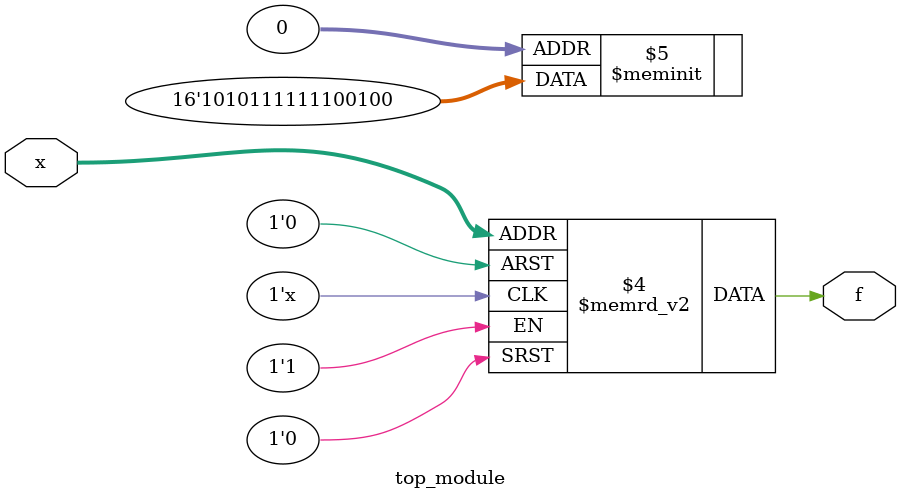
<source format=sv>
module top_module (
    input [4:1] x,
    output logic f
);

    always_comb begin
        case (x)
            4'b0001: f = 0;
            4'b0010: f = 1;
            4'b0011: f = 0;
            4'b0100: f = 0;
            4'b0101: f = 1;
            4'b0110: f = 1;
            4'b0111: f = 1;
            4'b1000: f = 1;
            4'b1001: f = 1;
            4'b1010: f = 1;
            4'b1011: f = 1;
            4'b1100: f = 0;
            4'b1101: f = 1;
            4'b1110: f = 0;
            4'b1111: f = 1;
            default: f = 0; // Handle don't-care and undefined cases
        endcase
    end
endmodule

</source>
